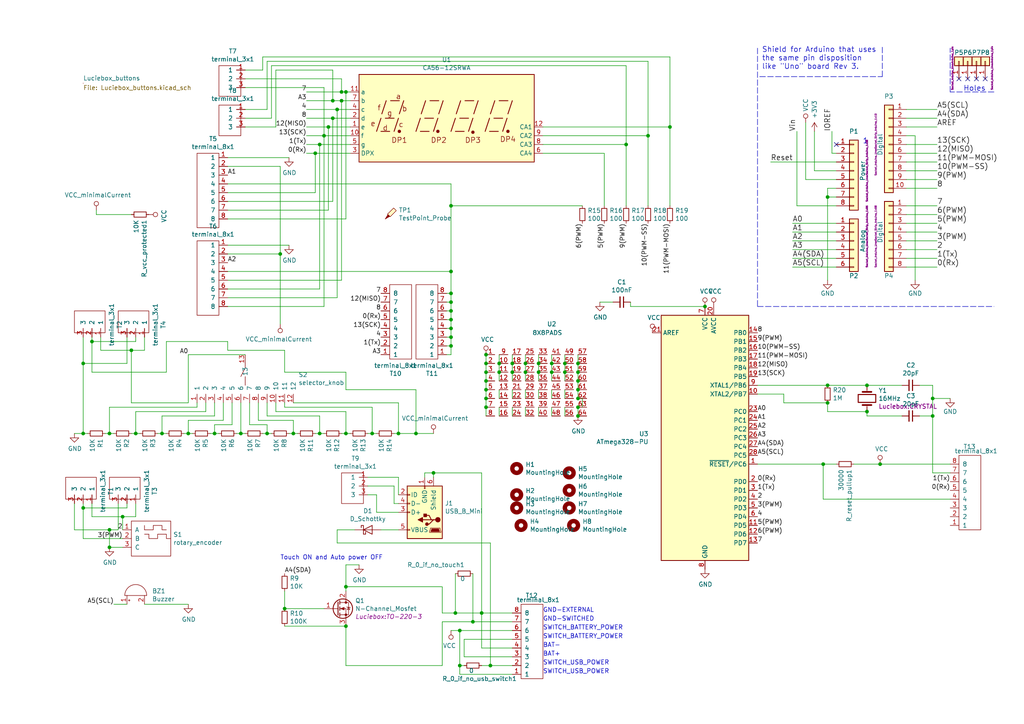
<source format=kicad_sch>
(kicad_sch (version 20211123) (generator eeschema)
  (paper "A4")
  (junction (at 255.27 134.62))
  (junction (at 133.35 193.04))
  (junction (at 62.23 125.73))
  (junction (at 140.97 110.49))
  (junction (at 152.4 105.41))
  (junction (at 240.03 116.84))
  (junction (at 31.75 153.67))
  (junction (at 130.81 59.69))
  (junction (at 99.06 29.21))
  (junction (at 95.25 36.83))
  (junction (at 130.81 78.74))
  (junction (at 24.13 147.32))
  (junction (at 270.51 115.57))
  (junction (at 38.1 101.6))
  (junction (at 82.55 176.53))
  (junction (at 100.33 170.18))
  (junction (at 167.64 105.41))
  (junction (at 96.52 29.21))
  (junction (at 31.75 158.75))
  (junction (at 132.08 177.8))
  (junction (at 144.78 105.41))
  (junction (at 181.61 41.91))
  (junction (at 35.56 149.86))
  (junction (at 140.97 113.03))
  (junction (at 140.97 105.41))
  (junction (at 24.13 105.41))
  (junction (at 163.83 105.41))
  (junction (at 130.81 90.17))
  (junction (at 140.97 115.57))
  (junction (at 140.97 102.87))
  (junction (at 81.28 73.66))
  (junction (at 69.85 125.73))
  (junction (at 54.61 125.73))
  (junction (at 130.81 100.33))
  (junction (at 100.33 125.73))
  (junction (at 139.7 177.8))
  (junction (at 133.35 182.88))
  (junction (at 167.64 110.49))
  (junction (at 77.47 125.73))
  (junction (at 240.03 111.76))
  (junction (at 92.71 41.91))
  (junction (at 130.81 97.79))
  (junction (at 39.37 125.73))
  (junction (at 152.4 107.95))
  (junction (at 140.97 118.11))
  (junction (at 160.02 105.41))
  (junction (at 99.06 26.67))
  (junction (at 137.16 180.34))
  (junction (at 270.51 120.65))
  (junction (at 91.44 44.45))
  (junction (at 167.64 107.95))
  (junction (at 167.64 118.11))
  (junction (at 238.76 134.62))
  (junction (at 31.75 125.73))
  (junction (at 251.46 111.76))
  (junction (at 130.81 87.63))
  (junction (at 148.59 107.95))
  (junction (at 130.81 85.09))
  (junction (at 204.47 88.9))
  (junction (at 142.24 193.04))
  (junction (at 115.57 125.73))
  (junction (at 167.64 115.57))
  (junction (at 156.21 107.95))
  (junction (at 92.71 125.73))
  (junction (at 93.98 39.37))
  (junction (at 85.09 125.73))
  (junction (at 194.31 36.83))
  (junction (at 46.99 125.73))
  (junction (at 107.95 125.73))
  (junction (at 130.81 95.25))
  (junction (at 156.21 105.41))
  (junction (at 130.81 92.71))
  (junction (at 167.64 113.03))
  (junction (at 96.52 34.29))
  (junction (at 167.64 120.65))
  (junction (at 148.59 105.41))
  (junction (at 125.73 137.16))
  (junction (at 120.65 125.73))
  (junction (at 100.33 181.61))
  (junction (at 251.46 119.38))
  (junction (at 100.33 26.67))
  (junction (at 240.03 57.15))
  (junction (at 97.79 31.75))
  (junction (at 140.97 107.95))
  (junction (at 26.67 99.06))
  (junction (at 187.96 39.37))
  (junction (at 160.02 107.95))
  (junction (at 144.78 107.95))
  (junction (at 163.83 107.95))
  (junction (at 24.13 125.73))
  (no_connect (at 278.13 22.86))
  (no_connect (at 285.75 22.86))
  (no_connect (at 280.67 22.86))
  (no_connect (at 283.21 22.86))
  (no_connect (at 242.57 41.91))
  (wire (pts (xy 137.16 166.37) (xy 137.16 180.34)))
  (wire (pts (xy 97.79 153.67) (xy 97.79 157.48)))
  (wire (pts (xy 194.31 16.51) (xy 76.2 16.51)))
  (wire (pts (xy 133.35 195.58) (xy 133.35 193.04)))
  (polyline (pts (xy 275.59 26.67) (xy 275.59 13.97)))
  (wire (pts (xy 24.13 105.41) (xy 24.13 125.73)))
  (wire (pts (xy 262.89 49.53) (xy 271.78 49.53)))
  (wire (pts (xy 240.03 116.84) (xy 227.33 116.84)))
  (wire (pts (xy 66.04 71.12) (xy 83.82 71.12)))
  (wire (pts (xy 53.34 125.73) (xy 54.61 125.73)))
  (wire (pts (xy 181.61 19.05) (xy 78.74 19.05)))
  (wire (pts (xy 92.71 41.91) (xy 92.71 83.82)))
  (wire (pts (xy 125.73 137.16) (xy 125.73 138.43)))
  (wire (pts (xy 115.57 153.67) (xy 110.49 153.67)))
  (wire (pts (xy 46.99 120.65) (xy 62.23 120.65)))
  (wire (pts (xy 242.57 64.77) (xy 229.87 64.77)))
  (wire (pts (xy 96.52 34.29) (xy 96.52 58.42)))
  (wire (pts (xy 39.37 125.73) (xy 40.64 125.73)))
  (wire (pts (xy 242.57 134.62) (xy 238.76 134.62)))
  (wire (pts (xy 39.37 119.38) (xy 39.37 125.73)))
  (wire (pts (xy 156.21 105.41) (xy 156.21 102.87)))
  (wire (pts (xy 227.33 116.84) (xy 227.33 114.3)))
  (wire (pts (xy 148.59 102.87) (xy 148.59 105.41)))
  (wire (pts (xy 129.54 100.33) (xy 130.81 100.33)))
  (wire (pts (xy 242.57 54.61) (xy 240.03 54.61)))
  (wire (pts (xy 66.04 101.6) (xy 82.55 101.6)))
  (wire (pts (xy 64.77 121.92) (xy 54.61 121.92)))
  (wire (pts (xy 29.21 101.6) (xy 29.21 97.79)))
  (wire (pts (xy 45.72 125.73) (xy 46.99 125.73)))
  (wire (pts (xy 125.73 137.16) (xy 139.7 137.16)))
  (wire (pts (xy 96.52 29.21) (xy 99.06 29.21)))
  (wire (pts (xy 134.62 193.04) (xy 133.35 193.04)))
  (wire (pts (xy 34.29 153.67) (xy 31.75 153.67)))
  (wire (pts (xy 115.57 125.73) (xy 120.65 125.73)))
  (wire (pts (xy 163.83 110.49) (xy 163.83 107.95)))
  (wire (pts (xy 148.59 107.95) (xy 148.59 110.49)))
  (wire (pts (xy 262.89 41.91) (xy 271.78 41.91)))
  (wire (pts (xy 156.21 120.65) (xy 156.21 118.11)))
  (wire (pts (xy 160.02 118.11) (xy 160.02 120.65)))
  (wire (pts (xy 242.57 46.99) (xy 223.52 46.99)))
  (wire (pts (xy 129.54 92.71) (xy 130.81 92.71)))
  (wire (pts (xy 262.89 74.93) (xy 271.78 74.93)))
  (wire (pts (xy 129.54 97.79) (xy 130.81 97.79)))
  (wire (pts (xy 80.01 119.38) (xy 100.33 119.38)))
  (wire (pts (xy 157.48 41.91) (xy 181.61 41.91)))
  (wire (pts (xy 130.81 92.71) (xy 130.81 95.25)))
  (wire (pts (xy 168.91 118.11) (xy 168.91 115.57)))
  (wire (pts (xy 66.04 60.96) (xy 95.25 60.96)))
  (wire (pts (xy 66.04 83.82) (xy 92.71 83.82)))
  (wire (pts (xy 120.65 125.73) (xy 125.73 125.73)))
  (wire (pts (xy 262.89 31.75) (xy 271.78 31.75)))
  (wire (pts (xy 96.52 34.29) (xy 101.6 34.29)))
  (wire (pts (xy 100.33 26.67) (xy 100.33 63.5)))
  (wire (pts (xy 130.81 100.33) (xy 130.81 102.87)))
  (wire (pts (xy 270.51 111.76) (xy 270.51 115.57)))
  (wire (pts (xy 78.74 34.29) (xy 71.12 34.29)))
  (wire (pts (xy 48.26 107.95) (xy 48.26 99.06)))
  (wire (pts (xy 54.61 121.92) (xy 54.61 125.73)))
  (wire (pts (xy 115.57 148.59) (xy 109.22 148.59)))
  (wire (pts (xy 270.51 137.16) (xy 275.59 137.16)))
  (wire (pts (xy 157.48 44.45) (xy 175.26 44.45)))
  (wire (pts (xy 204.47 88.9) (xy 182.88 88.9)))
  (wire (pts (xy 167.64 118.11) (xy 168.91 118.11)))
  (wire (pts (xy 233.68 52.07) (xy 233.68 35.56)))
  (wire (pts (xy 140.97 102.87) (xy 140.97 105.41)))
  (wire (pts (xy 130.81 87.63) (xy 130.81 90.17)))
  (wire (pts (xy 128.27 177.8) (xy 128.27 170.18)))
  (wire (pts (xy 80.01 20.32) (xy 80.01 36.83)))
  (wire (pts (xy 36.83 97.79) (xy 36.83 105.41)))
  (wire (pts (xy 66.04 45.72) (xy 83.82 45.72)))
  (wire (pts (xy 241.3 44.45) (xy 242.57 44.45)))
  (wire (pts (xy 88.9 44.45) (xy 91.44 44.45)))
  (wire (pts (xy 156.21 115.57) (xy 156.21 113.03)))
  (wire (pts (xy 130.81 97.79) (xy 130.81 95.25)))
  (wire (pts (xy 101.6 26.67) (xy 100.33 26.67)))
  (wire (pts (xy 115.57 116.84) (xy 85.09 116.84)))
  (wire (pts (xy 240.03 57.15) (xy 240.03 81.28)))
  (wire (pts (xy 275.59 144.78) (xy 238.76 144.78)))
  (wire (pts (xy 262.89 69.85) (xy 271.78 69.85)))
  (wire (pts (xy 130.81 59.69) (xy 130.81 78.74)))
  (wire (pts (xy 107.95 125.73) (xy 109.22 125.73)))
  (wire (pts (xy 148.59 180.34) (xy 137.16 180.34)))
  (wire (pts (xy 132.08 177.8) (xy 128.27 177.8)))
  (wire (pts (xy 160.02 105.41) (xy 160.02 107.95)))
  (wire (pts (xy 106.68 138.43) (xy 115.57 138.43)))
  (wire (pts (xy 270.51 120.65) (xy 270.51 137.16)))
  (wire (pts (xy 26.67 99.06) (xy 26.67 97.79)))
  (wire (pts (xy 109.22 143.51) (xy 106.68 143.51)))
  (wire (pts (xy 66.04 88.9) (xy 93.98 88.9)))
  (wire (pts (xy 167.64 105.41) (xy 167.64 102.87)))
  (wire (pts (xy 100.33 163.83) (xy 100.33 170.18)))
  (wire (pts (xy 31.75 158.75) (xy 31.75 153.67)))
  (wire (pts (xy 262.89 59.69) (xy 271.78 59.69)))
  (wire (pts (xy 144.78 105.41) (xy 144.78 107.95)))
  (wire (pts (xy 194.31 16.51) (xy 194.31 36.83)))
  (wire (pts (xy 57.15 118.11) (xy 31.75 118.11)))
  (wire (pts (xy 82.55 171.45) (xy 82.55 176.53)))
  (wire (pts (xy 262.89 46.99) (xy 271.78 46.99)))
  (wire (pts (xy 82.55 118.11) (xy 107.95 118.11)))
  (wire (pts (xy 99.06 29.21) (xy 99.06 81.28)))
  (wire (pts (xy 163.83 105.41) (xy 163.83 102.87)))
  (wire (pts (xy 194.31 36.83) (xy 194.31 59.69)))
  (wire (pts (xy 242.57 74.93) (xy 229.87 74.93)))
  (wire (pts (xy 100.33 107.95) (xy 100.33 113.03)))
  (wire (pts (xy 100.33 181.61) (xy 100.33 193.04)))
  (wire (pts (xy 156.21 107.95) (xy 156.21 105.41)))
  (wire (pts (xy 262.89 39.37) (xy 265.43 39.37)))
  (wire (pts (xy 140.97 118.11) (xy 140.97 120.65)))
  (wire (pts (xy 82.55 101.6) (xy 82.55 107.95)))
  (wire (pts (xy 167.64 110.49) (xy 167.64 107.95)))
  (wire (pts (xy 34.29 146.05) (xy 34.29 153.67)))
  (wire (pts (xy 262.89 64.77) (xy 271.78 64.77)))
  (wire (pts (xy 115.57 138.43) (xy 115.57 143.51)))
  (wire (pts (xy 129.54 85.09) (xy 130.81 85.09)))
  (wire (pts (xy 132.08 166.37) (xy 132.08 177.8)))
  (wire (pts (xy 74.93 116.84) (xy 74.93 121.92)))
  (wire (pts (xy 67.31 123.19) (xy 67.31 116.84)))
  (wire (pts (xy 137.16 180.34) (xy 128.27 180.34)))
  (wire (pts (xy 129.54 102.87) (xy 130.81 102.87)))
  (wire (pts (xy 236.22 49.53) (xy 236.22 38.1)))
  (wire (pts (xy 140.97 107.95) (xy 140.97 110.49)))
  (wire (pts (xy 148.59 187.96) (xy 139.7 187.96)))
  (wire (pts (xy 76.2 20.32) (xy 71.12 20.32)))
  (wire (pts (xy 76.2 16.51) (xy 76.2 20.32)))
  (wire (pts (xy 130.81 53.34) (xy 130.81 59.69)))
  (wire (pts (xy 100.33 181.61) (xy 82.55 181.61)))
  (wire (pts (xy 152.4 107.95) (xy 152.4 110.49)))
  (wire (pts (xy 251.46 120.65) (xy 251.46 119.38)))
  (wire (pts (xy 148.59 120.65) (xy 148.59 118.11)))
  (wire (pts (xy 148.59 195.58) (xy 133.35 195.58)))
  (wire (pts (xy 74.93 121.92) (xy 85.09 121.92)))
  (wire (pts (xy 97.79 153.67) (xy 102.87 153.67)))
  (wire (pts (xy 129.54 87.63) (xy 130.81 87.63)))
  (wire (pts (xy 142.24 193.04) (xy 148.59 193.04)))
  (wire (pts (xy 148.59 177.8) (xy 139.7 177.8)))
  (wire (pts (xy 231.14 59.69) (xy 231.14 38.1)))
  (wire (pts (xy 262.89 34.29) (xy 271.78 34.29)))
  (wire (pts (xy 107.95 118.11) (xy 107.95 125.73)))
  (wire (pts (xy 139.7 193.04) (xy 142.24 193.04)))
  (wire (pts (xy 66.04 53.34) (xy 130.81 53.34)))
  (wire (pts (xy 160.02 113.03) (xy 160.02 115.57)))
  (wire (pts (xy 25.4 125.73) (xy 24.13 125.73)))
  (wire (pts (xy 261.62 120.65) (xy 251.46 120.65)))
  (wire (pts (xy 270.51 120.65) (xy 266.7 120.65)))
  (wire (pts (xy 54.61 116.84) (xy 38.1 116.84)))
  (wire (pts (xy 66.04 73.66) (xy 81.28 73.66)))
  (wire (pts (xy 251.46 119.38) (xy 240.03 119.38)))
  (wire (pts (xy 134.62 190.5) (xy 148.59 190.5)))
  (wire (pts (xy 133.35 182.88) (xy 148.59 182.88)))
  (wire (pts (xy 93.98 25.4) (xy 71.12 25.4)))
  (wire (pts (xy 157.48 39.37) (xy 187.96 39.37)))
  (wire (pts (xy 99.06 22.86) (xy 99.06 26.67)))
  (wire (pts (xy 76.2 125.73) (xy 77.47 125.73)))
  (wire (pts (xy 97.79 31.75) (xy 101.6 31.75)))
  (wire (pts (xy 163.83 120.65) (xy 163.83 118.11)))
  (wire (pts (xy 130.81 90.17) (xy 130.81 92.71)))
  (wire (pts (xy 152.4 102.87) (xy 152.4 105.41)))
  (wire (pts (xy 100.33 170.18) (xy 100.33 171.45)))
  (wire (pts (xy 54.61 125.73) (xy 55.88 125.73)))
  (wire (pts (xy 96.52 20.32) (xy 80.01 20.32)))
  (wire (pts (xy 93.98 39.37) (xy 93.98 88.9)))
  (wire (pts (xy 242.57 77.47) (xy 229.87 77.47)))
  (wire (pts (xy 157.48 36.83) (xy 194.31 36.83)))
  (wire (pts (xy 238.76 144.78) (xy 238.76 134.62)))
  (wire (pts (xy 270.51 115.57) (xy 270.51 120.65)))
  (wire (pts (xy 123.19 137.16) (xy 123.19 138.43)))
  (wire (pts (xy 91.44 125.73) (xy 92.71 125.73)))
  (wire (pts (xy 251.46 111.76) (xy 261.62 111.76)))
  (wire (pts (xy 27.94 62.23) (xy 27.94 60.96)))
  (wire (pts (xy 100.33 119.38) (xy 100.33 125.73)))
  (wire (pts (xy 97.79 31.75) (xy 97.79 86.36)))
  (wire (pts (xy 62.23 120.65) (xy 62.23 116.84)))
  (wire (pts (xy 26.67 107.95) (xy 48.26 107.95)))
  (wire (pts (xy 152.4 105.41) (xy 152.4 107.95)))
  (wire (pts (xy 48.26 99.06) (xy 66.04 99.06)))
  (wire (pts (xy 35.56 149.86) (xy 39.37 149.86)))
  (wire (pts (xy 66.04 48.26) (xy 81.28 48.26)))
  (wire (pts (xy 24.13 125.73) (xy 21.59 125.73)))
  (wire (pts (xy 167.64 107.95) (xy 167.64 105.41)))
  (wire (pts (xy 130.81 182.88) (xy 133.35 182.88)))
  (wire (pts (xy 242.57 67.31) (xy 229.87 67.31)))
  (wire (pts (xy 69.85 116.84) (xy 69.85 125.73)))
  (wire (pts (xy 80.01 36.83) (xy 71.12 36.83)))
  (wire (pts (xy 187.96 39.37) (xy 187.96 17.78)))
  (wire (pts (xy 100.33 113.03) (xy 120.65 113.03)))
  (wire (pts (xy 80.01 116.84) (xy 80.01 119.38)))
  (wire (pts (xy 38.1 101.6) (xy 29.21 101.6)))
  (wire (pts (xy 163.83 115.57) (xy 163.83 113.03)))
  (wire (pts (xy 99.06 22.86) (xy 71.12 22.86)))
  (wire (pts (xy 139.7 177.8) (xy 132.08 177.8)))
  (polyline (pts (xy 255.905 22.225) (xy 255.905 13.335)))
  (wire (pts (xy 227.33 114.3) (xy 219.71 114.3)))
  (wire (pts (xy 262.89 44.45) (xy 271.78 44.45)))
  (polyline (pts (xy 288.29 26.67) (xy 275.59 26.67)))
  (wire (pts (xy 156.21 110.49) (xy 156.21 107.95)))
  (wire (pts (xy 82.55 107.95) (xy 100.33 107.95)))
  (wire (pts (xy 77.47 123.19) (xy 77.47 125.73)))
  (wire (pts (xy 144.78 107.95) (xy 144.78 110.49)))
  (wire (pts (xy 109.22 148.59) (xy 109.22 143.51)))
  (wire (pts (xy 129.54 90.17) (xy 130.81 90.17)))
  (wire (pts (xy 77.47 31.75) (xy 71.12 31.75)))
  (wire (pts (xy 96.52 29.21) (xy 96.52 20.32)))
  (wire (pts (xy 142.24 157.48) (xy 142.24 193.04)))
  (wire (pts (xy 247.65 134.62) (xy 255.27 134.62)))
  (wire (pts (xy 106.68 125.73) (xy 107.95 125.73)))
  (wire (pts (xy 35.56 156.21) (xy 24.13 156.21)))
  (wire (pts (xy 24.13 97.79) (xy 24.13 105.41)))
  (wire (pts (xy 72.39 123.19) (xy 77.47 123.19)))
  (polyline (pts (xy 220.345 22.225) (xy 255.905 22.225)))
  (wire (pts (xy 167.64 115.57) (xy 167.64 113.03)))
  (wire (pts (xy 66.04 55.88) (xy 91.44 55.88)))
  (wire (pts (xy 66.04 63.5) (xy 100.33 63.5)))
  (wire (pts (xy 128.27 170.18) (xy 100.33 170.18)))
  (wire (pts (xy 83.82 125.73) (xy 85.09 125.73)))
  (wire (pts (xy 82.55 116.84) (xy 82.55 118.11)))
  (wire (pts (xy 262.89 72.39) (xy 271.78 72.39)))
  (wire (pts (xy 99.06 125.73) (xy 100.33 125.73)))
  (wire (pts (xy 95.25 36.83) (xy 95.25 60.96)))
  (wire (pts (xy 140.97 105.41) (xy 140.97 107.95)))
  (wire (pts (xy 115.57 125.73) (xy 115.57 116.84)))
  (wire (pts (xy 88.9 26.67) (xy 99.06 26.67)))
  (wire (pts (xy 95.25 36.83) (xy 101.6 36.83)))
  (wire (pts (xy 262.89 67.31) (xy 271.78 67.31)))
  (wire (pts (xy 85.09 121.92) (xy 85.09 125.73)))
  (wire (pts (xy 242.57 52.07) (xy 233.68 52.07)))
  (wire (pts (xy 167.64 120.65) (xy 167.64 118.11)))
  (polyline (pts (xy 219.71 13.97) (xy 219.71 88.9)))
  (wire (pts (xy 242.57 72.39) (xy 229.87 72.39)))
  (wire (pts (xy 88.9 31.75) (xy 97.79 31.75)))
  (wire (pts (xy 114.3 125.73) (xy 115.57 125.73)))
  (wire (pts (xy 242.57 69.85) (xy 229.87 69.85)))
  (wire (pts (xy 242.57 59.69) (xy 231.14 59.69)))
  (wire (pts (xy 144.78 113.03) (xy 144.78 115.57)))
  (wire (pts (xy 31.75 153.67) (xy 21.59 153.67)))
  (wire (pts (xy 39.37 99.06) (xy 26.67 99.06)))
  (wire (pts (xy 77.47 17.78) (xy 77.47 31.75)))
  (wire (pts (xy 144.78 118.11) (xy 144.78 120.65)))
  (wire (pts (xy 168.91 115.57) (xy 167.64 115.57)))
  (wire (pts (xy 54.61 102.87) (xy 54.61 116.84)))
  (wire (pts (xy 46.99 125.73) (xy 46.99 120.65)))
  (wire (pts (xy 148.59 115.57) (xy 148.59 113.03)))
  (wire (pts (xy 24.13 147.32) (xy 24.13 146.05)))
  (wire (pts (xy 64.77 116.84) (xy 64.77 121.92)))
  (wire (pts (xy 41.91 101.6) (xy 41.91 97.79)))
  (wire (pts (xy 92.71 125.73) (xy 93.98 125.73)))
  (wire (pts (xy 144.78 102.87) (xy 144.78 105.41)))
  (wire (pts (xy 68.58 125.73) (xy 69.85 125.73)))
  (wire (pts (xy 66.04 78.74) (xy 130.81 78.74)))
  (wire (pts (xy 133.35 193.04) (xy 133.35 182.88)))
  (wire (pts (xy 24.13 156.21) (xy 24.13 147.32)))
  (wire (pts (xy 36.83 146.05) (xy 36.83 147.32)))
  (wire (pts (xy 62.23 125.73) (xy 63.5 125.73)))
  (wire (pts (xy 91.44 44.45) (xy 101.6 44.45)))
  (wire (pts (xy 128.27 180.34) (xy 128.27 193.04)))
  (wire (pts (xy 262.89 77.47) (xy 271.78 77.47)))
  (wire (pts (xy 163.83 107.95) (xy 163.83 105.41)))
  (wire (pts (xy 66.04 99.06) (xy 66.04 101.6)))
  (wire (pts (xy 139.7 187.96) (xy 139.7 177.8)))
  (wire (pts (xy 238.76 134.62) (xy 219.71 134.62)))
  (wire (pts (xy 97.79 157.48) (xy 142.24 157.48)))
  (wire (pts (xy 219.71 111.76) (xy 240.03 111.76)))
  (wire (pts (xy 130.81 85.09) (xy 130.81 87.63)))
  (wire (pts (xy 175.26 44.45) (xy 175.26 59.69)))
  (wire (pts (xy 125.73 137.16) (xy 123.19 137.16)))
  (wire (pts (xy 36.83 147.32) (xy 24.13 147.32)))
  (wire (pts (xy 160.02 107.95) (xy 160.02 110.49)))
  (wire (pts (xy 262.89 52.07) (xy 271.78 52.07)))
  (wire (pts (xy 114.3 140.97) (xy 114.3 146.05)))
  (wire (pts (xy 262.89 54.61) (xy 271.78 54.61)))
  (wire (pts (xy 36.83 105.41) (xy 24.13 105.41)))
  (wire (pts (xy 71.12 102.87) (xy 54.61 102.87)))
  (wire (pts (xy 100.33 125.73) (xy 101.6 125.73)))
  (wire (pts (xy 167.64 113.03) (xy 167.64 110.49)))
  (wire (pts (xy 139.7 137.16) (xy 139.7 177.8)))
  (wire (pts (xy 38.1 101.6) (xy 38.1 116.84)))
  (wire (pts (xy 134.62 185.42) (xy 134.62 190.5)))
  (wire (pts (xy 88.9 34.29) (xy 96.52 34.29)))
  (wire (pts (xy 77.47 116.84) (xy 77.47 120.65)))
  (wire (pts (xy 21.59 153.67) (xy 21.59 146.05)))
  (wire (pts (xy 266.7 111.76) (xy 270.51 111.76)))
  (wire (pts (xy 59.69 116.84) (xy 59.69 119.38)))
  (wire (pts (xy 72.39 116.84) (xy 72.39 123.19)))
  (wire (pts (xy 26.67 149.86) (xy 26.67 146.05)))
  (wire (pts (xy 140.97 110.49) (xy 140.97 113.03)))
  (wire (pts (xy 31.75 125.73) (xy 33.02 125.73)))
  (wire (pts (xy 88.9 36.83) (xy 95.25 36.83)))
  (wire (pts (xy 38.1 125.73) (xy 39.37 125.73)))
  (wire (pts (xy 187.96 17.78) (xy 77.47 17.78)))
  (wire (pts (xy 85.09 125.73) (xy 86.36 125.73)))
  (wire (pts (xy 81.28 73.66) (xy 81.28 93.98)))
  (wire (pts (xy 242.57 57.15) (xy 240.03 57.15)))
  (wire (pts (xy 140.97 113.03) (xy 140.97 115.57)))
  (wire (pts (xy 39.37 149.86) (xy 39.37 146.05)))
  (wire (pts (xy 30.48 125.73) (xy 31.75 125.73)))
  (wire (pts (xy 93.98 39.37) (xy 101.6 39.37)))
  (wire (pts (xy 114.3 146.05) (xy 115.57 146.05)))
  (wire (pts (xy 240.03 111.76) (xy 251.46 111.76)))
  (wire (pts (xy 36.83 175.26) (xy 33.02 175.26)))
  (wire (pts (xy 62.23 123.19) (xy 67.31 123.19)))
  (wire (pts (xy 35.56 153.67) (xy 35.56 149.86)))
  (wire (pts (xy 130.81 95.25) (xy 129.54 95.25)))
  (wire (pts (xy 99.06 26.67) (xy 100.33 26.67)))
  (wire (pts (xy 91.44 44.45) (xy 91.44 55.88)))
  (wire (pts (xy 60.96 125.73) (xy 62.23 125.73)))
  (wire (pts (xy 57.15 116.84) (xy 57.15 118.11)))
  (wire (pts (xy 130.81 78.74) (xy 130.81 85.09)))
  (wire (pts (xy 241.3 38.1) (xy 241.3 44.45)))
  (wire (pts (xy 187.96 39.37) (xy 187.96 59.69)))
  (wire (pts (xy 78.74 19.05) (xy 78.74 34.29)))
  (wire (pts (xy 41.91 175.26) (xy 54.61 175.26)))
  (wire (pts (xy 240.03 54.61) (xy 240.03 57.15)))
  (wire (pts (xy 62.23 125.73) (xy 62.23 123.19)))
  (wire (pts (xy 104.14 163.83) (xy 100.33 163.83)))
  (wire (pts (xy 69.85 125.73) (xy 71.12 125.73)))
  (wire (pts (xy 240.03 119.38) (xy 240.03 116.84)))
  (wire (pts (xy 128.27 193.04) (xy 100.33 193.04)))
  (wire (pts (xy 101.6 29.21) (xy 99.06 29.21)))
  (wire (pts (xy 46.99 125.73) (xy 48.26 125.73)))
  (wire (pts (xy 262.89 36.83) (xy 271.78 36.83)))
  (wire (pts (xy 92.71 41.91) (xy 101.6 41.91)))
  (wire (pts (xy 38.1 101.6) (xy 41.91 101.6)))
  (wire (pts (xy 81.28 48.26) (xy 81.28 73.66)))
  (wire (pts (xy 26.67 107.95) (xy 26.67 99.06)))
  (wire (pts (xy 82.55 176.53) (xy 93.98 176.53)))
  (wire (pts (xy 31.75 158.75) (xy 35.56 158.75)))
  (polyline (pts (xy 219.71 88.9) (xy 288.29 88.9)))
  (wire (pts (xy 31.75 118.11) (xy 31.75 125.73)))
  (wire (pts (xy 120.65 113.03) (xy 120.65 125.73)))
  (wire (pts (xy 59.69 119.38) (xy 39.37 119.38)))
  (wire (pts (xy 262.89 62.23) (xy 271.78 62.23)))
  (wire (pts (xy 38.1 62.23) (xy 27.94 62.23)))
  (wire (pts (xy 35.56 149.86) (xy 26.67 149.86)))
  (wire (pts (xy 66.04 81.28) (xy 99.06 81.28)))
  (wire (pts (xy 77.47 125.73) (xy 78.74 125.73)))
  (wire (pts (xy 152.4 118.11) (xy 152.4 120.65)))
  (wire (pts (xy 88.9 29.21) (xy 96.52 29.21)))
  (wire (pts (xy 92.71 120.65) (xy 92.71 125.73)))
  (wire (pts (xy 88.9 41.91) (xy 92.71 41.91)))
  (wire (pts (xy 39.37 97.79) (xy 39.37 99.06)))
  (wire (pts (xy 66.04 86.36) (xy 97.79 86.36)))
  (wire (pts (xy 173.99 87.63) (xy 177.8 87.63)))
  (wire (pts (xy 181.61 41.91) (xy 181.61 59.69)))
  (wire (pts (xy 160.02 102.87) (xy 160.02 105.41)))
  (wire (pts (xy 130.81 59.69) (xy 168.91 59.69)))
  (wire (pts (xy 152.4 113.03) (xy 152.4 115.57)))
  (wire (pts (xy 88.9 39.37) (xy 93.98 39.37)))
  (wire (pts (xy 242.57 49.53) (xy 236.22 49.53)))
  (wire (pts (xy 275.59 115.57) (xy 270.51 115.57)))
  (wire (pts (xy 93.98 39.37) (xy 93.98 25.4)))
  (wire (pts (xy 265.43 39.37) (xy 265.43 81.28)))
  (wire (pts (xy 148.59 185.42) (xy 134.62 185.42)))
  (wire (pts (xy 148.59 105.41) (xy 148.59 107.95)))
  (wire (pts (xy 77.47 120.65) (xy 92.71 120.65)))
  (wire (pts (xy 130.81 97.79) (xy 130.81 100.33)))
  (wire (pts (xy 140.97 115.57) (xy 140.97 118.11)))
  (wire (pts (xy 181.61 41.91) (xy 181.61 19.05)))
  (wire (pts (xy 106.68 140.97) (xy 114.3 140.97)))
  (wire (pts (xy 182.88 88.9) (xy 182.88 87.63)))
  (wire (pts (xy 275.59 134.62) (xy 255.27 134.62)))
  (wire (pts (xy 96.52 58.42) (xy 66.04 58.42)))
  (text "1" (at 250.19 41.91 0) (effects (font (size 1.524 1.524)) (justify left bottom)))
  (text "Holes" (at 279.4 26.67 0) (effects (font (size 1.524 1.524)) (justify left bottom)))
  (text "GND-EXTERNAL" (at 157.48 177.8 0) (effects (font (size 1.27 1.27)) (justify left bottom)))
  (text "BAT-" (at 157.48 187.96 0) (effects (font (size 1.27 1.27)) (justify left bottom)))
  (text "Touch ON and Auto power OFF " (at 81.28 162.56 0) (effects (font (size 1.27 1.27)) (justify left bottom)))
  (text "Shield for Arduino that uses\nthe same pin disposition\nlike \"Uno\" board Rev 3." (at 220.98 20.32 0) (effects (font (size 1.524 1.524)) (justify left bottom)))
  (text "GND-SWITCHED" (at 157.48 180.34 0) (effects (font (size 1.27 1.27)) (justify left bottom)))
  (text "BAT+" (at 157.48 190.5 0) (effects (font (size 1.27 1.27)) (justify left bottom)))
  (text "SWITCH_BATTERY_POWER" (at 157.48 182.88 0) (effects (font (size 1.27 1.27)) (justify left bottom)))
  (text "SWITCH_USB_POWER" (at 157.48 193.04 0) (effects (font (size 1.27 1.27)) (justify left bottom)))
  (text "SWITCH_BATTERY_POWER" (at 157.48 185.42 0) (effects (font (size 1.27 1.27)) (justify left bottom)))
  (text "SWITCH_USB_POWER" (at 157.48 195.58 0) (effects (font (size 1.27 1.27)) (justify left bottom)))
  (label "0(Rx)" (at 219.71 139.7 0))
  (label "A5(SCL)" (at 219.71 132.08 0))
  (label "10(PWM-SS)" (at 271.78 49.53 0) (effects (font (size 1.524 1.524))))
  (label "11(PWM-MOSI)" (at 194.31 64.77 270))
  (label "11(PWM-MOSI)" (at 219.71 104.14 0))
  (label "AREF" (at 271.78 36.83 0) (effects (font (size 1.524 1.524))))
  (label "A4(SDA)" (at 271.78 34.29 0) (effects (font (size 1.524 1.524))))
  (label "8" (at 110.49 90.17 180))
  (label "1(Tx)" (at 88.9 41.91 180))
  (label "10(PWM-SS)" (at 219.71 101.6 0))
  (label "A0" (at 219.71 119.38 0))
  (label "3(PWM)" (at 219.71 147.32 0))
  (label "A0" (at 229.87 64.77 0) (effects (font (size 1.524 1.524))))
  (label "A3" (at 229.87 72.39 0) (effects (font (size 1.524 1.524))))
  (label "13(SCK)" (at 110.49 95.25 180))
  (label "2" (at 219.71 144.78 0))
  (label "13(SCK)" (at 271.78 41.91 0) (effects (font (size 1.524 1.524))))
  (label "6(PWM)" (at 219.71 154.94 0))
  (label "1(Tx)" (at 219.71 142.24 0))
  (label "12(MISO)" (at 219.71 106.68 0))
  (label "7" (at 271.78 59.69 0) (effects (font (size 1.524 1.524))))
  (label "2" (at 271.78 72.39 0) (effects (font (size 1.524 1.524))))
  (label "A2" (at 66.04 76.2 0))
  (label "Reset" (at 223.52 46.99 0) (effects (font (size 1.524 1.524))))
  (label "9(PWM)" (at 271.78 52.07 0) (effects (font (size 1.524 1.524))))
  (label "0(Rx)" (at 271.78 77.47 0) (effects (font (size 1.524 1.524))))
  (label "8" (at 219.71 96.52 0))
  (label "3(PWM)" (at 271.78 69.85 0) (effects (font (size 1.524 1.524))))
  (label "Vin" (at 231.14 38.1 90) (effects (font (size 1.524 1.524))))
  (label "0(Rx)" (at 88.9 44.45 180))
  (label "4" (at 88.9 31.75 180))
  (label "11(PWM-MOSI)" (at 271.78 46.99 0) (effects (font (size 1.524 1.524))))
  (label "A4(SDA)" (at 229.87 74.93 0) (effects (font (size 1.524 1.524))))
  (label "9(PWM)" (at 219.71 99.06 0))
  (label "A1" (at 66.04 50.8 0))
  (label "A2" (at 229.87 69.85 0) (effects (font (size 1.524 1.524))))
  (label "5(PWM)" (at 175.26 64.77 270))
  (label "5(PWM)" (at 219.71 152.4 0))
  (label "7" (at 110.49 85.09 180))
  (label "12(MISO)" (at 110.49 87.63 180))
  (label "0(Rx)" (at 110.49 92.71 180))
  (label "5(PWM)" (at 271.78 64.77 0) (effects (font (size 1.524 1.524))))
  (label "A5(SCL)" (at 33.02 175.26 180))
  (label "2" (at 35.56 153.67 180))
  (label "A1" (at 219.71 121.92 0))
  (label "12(MISO)" (at 271.78 44.45 0) (effects (font (size 1.524 1.524))))
  (label "8" (at 88.9 34.29 180))
  (label "4" (at 110.49 97.79 180))
  (label "A3" (at 110.49 102.87 180))
  (label "A4(SDA)" (at 219.71 129.54 0))
  (label "A4(SDA)" (at 82.55 166.37 0))
  (label "IOREF" (at 241.3 38.1 90) (effects (font (size 1.524 1.524))))
  (label "A5(SCL)" (at 271.78 31.75 0) (effects (font (size 1.524 1.524))))
  (label "6(PWM)" (at 271.78 62.23 0) (effects (font (size 1.524 1.524))))
  (label "A2" (at 219.71 124.46 0))
  (label "7" (at 88.9 26.67 180))
  (label "1(Tx)" (at 275.59 139.7 180))
  (label "A1" (at 229.87 67.31 0) (effects (font (size 1.524 1.524))))
  (label "1(Tx)" (at 271.78 74.93 0) (effects (font (size 1.524 1.524))))
  (label "1(Tx)" (at 110.49 100.33 180))
  (label "13(SCK)" (at 88.9 39.37 180))
  (label "9(PWM)" (at 181.61 64.77 270))
  (label "A5(SCL)" (at 229.87 77.47 0) (effects (font (size 1.524 1.524))))
  (label "7" (at 219.71 157.48 0))
  (label "A3" (at 88.9 29.21 180))
  (label "13(SCK)" (at 219.71 109.22 0))
  (label "8" (at 271.78 54.61 0) (effects (font (size 1.524 1.524))))
  (label "3(PWM)" (at 35.56 156.21 180))
  (label "A3" (at 219.71 127 0))
  (label "12(MISO)" (at 88.9 36.83 180))
  (label "0(Rx)" (at 275.59 142.24 180))
  (label "A0" (at 54.61 102.87 180))
  (label "4" (at 219.71 149.86 0))
  (label "4" (at 271.78 67.31 0) (effects (font (size 1.524 1.524))))
  (label "10(PWM-SS)" (at 187.96 64.77 270))
  (label "6(PWM)" (at 168.91 64.77 270))
  (symbol (lib_id "Luciebox_components:R_Small-Device") (at 245.11 134.62 270) (unit 1)
    (property "Reference" "R_reset_pullup1" (at 246.2784 136.1186 0) (effects (justify left)))
    (property "Value" "30000" (at 243.967 136.1186 0) (effects (justify left)))
    (property "Footprint" "Luciebox:1206_0805" (effects hide))
  )
  (symbol (lib_id "Luciebox_components:R_Small-Device") (at 175.26 62.23 0) (unit 1)
    (property "Reference" "R16" (at 176.7586 61.0616 0) (effects (justify left)))
    (property "Value" "100" (at 176.7586 63.373 0) (effects (justify left)))
    (property "Footprint" "Luciebox:1206_0805" (effects hide))
  )
  (symbol (lib_id "Luciebox_components:terminal_3x1") (at 69.85 31.75 180) (unit 1)
    (property "Reference" "T8" (at 67.5132 26.289 0))
    (property "Value" "terminal_3x1" (at 67.5132 28.6004 0))
    (property "Footprint" "Luciebox:Terminal_3x1_100mil" (effects hide))
  )
  (symbol (lib_id "Luciebox_components:R_Small-Device") (at 73.66 125.73 270) (unit 1)
    (property "Reference" "R7" (at 74.8284 127.2286 0) (effects (justify left)))
    (property "Value" "10K" (at 72.517 127.2286 0) (effects (justify left)))
    (property "Footprint" "Luciebox:1206_0805" (effects hide))
  )
  (symbol (lib_id "Luciebox_components:8X8PADS") (at 148.59 124.46 0) (unit 1)
    (property "Reference" "U2" (at 160.02 93.98 0))
    (property "Value" "8X8PADS" (at 158.75 96.52 0))
    (property "Footprint" "Luciebox:64_PADS_100mil" (effects hide))
  )
  (symbol (lib_id "Luciebox_components:VCC-power") (at 207.01 88.9 0) (unit 1)
    (property "Reference" "#PWR0112" (effects hide))
    (property "Value" "VCC" (at 207.4418 84.5058 0))
  )
  (symbol (lib_id "Luciebox_components:R_Small-Device") (at 187.96 62.23 0) (unit 1)
    (property "Reference" "R18" (at 189.4586 61.0616 0) (effects (justify left)))
    (property "Value" "100" (at 189.4586 63.373 0) (effects (justify left)))
    (property "Footprint" "Luciebox:1206_0805" (effects hide))
  )
  (symbol (lib_id "Luciebox_components:MountingHole") (at 165.1 137.16 0) (unit 1)
    (property "Reference" "H5" (at 167.64 135.9916 0) (effects (justify left)))
    (property "Value" "MountingHole" (at 167.64 138.303 0) (effects (justify left)))
    (property "Footprint" "Luciebox:MountingHole_4.3mm_M4" (effects hide))
  )
  (symbol (lib_id "Luciebox_components:C_Small-Device") (at 264.16 120.65 270) (unit 1)
    (property "Reference" "C3" (at 264.16 114.8334 90))
    (property "Value" "20pF" (at 264.16 117.1448 90))
    (property "Footprint" "Luciebox:0805" (effects hide))
  )
  (symbol (lib_id "Luciebox_components:terminal_3x1") (at 26.67 144.78 90) (unit 1)
    (property "Reference" "T1" (at 32.131 142.4432 0))
    (property "Value" "terminal_3x1" (at 29.8196 142.4432 0))
    (property "Footprint" "Luciebox:Terminal_3x1_100mil" (effects hide))
  )
  (symbol (lib_id "Luciebox_components:MountingHole") (at 151.13 152.4 0) (unit 1)
    (property "Reference" "H4" (at 153.67 151.2316 0) (effects (justify left)))
    (property "Value" "MountingHole" (at 153.67 153.543 0) (effects (justify left)))
    (property "Footprint" "Luciebox:MountingHole_4.3mm_M4" (effects hide))
  )
  (symbol (lib_id "Luciebox_components:GND-power") (at 83.82 71.12 0) (unit 1)
    (property "Reference" "#PWR0121" (effects hide))
    (property "Value" "GND" (at 83.947 75.5142 0))
  )
  (symbol (lib_id "Luciebox_components:Conn_01x01-Connector_Generic") (at 278.13 17.78 90) (unit 1)
    (property "Reference" "P5" (at 278.13 15.24 90))
    (property "Value" "CONN_01X01" (effects hide))
    (property "Footprint" "Socket_Arduino_Uno:Arduino_1pin" (at 276.2504 19.7866 0) (effects (font (size 0.508 0.508))))
  )
  (symbol (lib_id "Luciebox_components:VCC-power") (at 255.27 134.62 0) (unit 1)
    (property "Reference" "#PWR0109" (effects hide))
    (property "Value" "VCC" (at 255.7018 130.2258 0))
  )
  (symbol (lib_id "Luciebox_components:terminal_3x1") (at 69.85 20.32 180) (unit 1)
    (property "Reference" "T7" (at 67.5132 14.859 0))
    (property "Value" "terminal_3x1" (at 67.5132 17.1704 0))
    (property "Footprint" "Luciebox:Terminal_3x1_100mil" (effects hide))
  )
  (symbol (lib_id "Luciebox_components:terminal_8x1") (at 64.77 71.12 180) (unit 1)
    (property "Reference" "T6" (at 61.7982 65.659 0))
    (property "Value" "terminal_8x1" (at 61.7982 67.9704 0))
    (property "Footprint" "Luciebox:Terminal_8x1_100mil" (effects hide))
  )
  (symbol (lib_id "Luciebox_components:VCC-power") (at 140.97 102.87 0) (unit 1)
    (property "Reference" "#PWR0120" (effects hide))
    (property "Value" "VCC" (at 141.4018 98.4758 0))
  )
  (symbol (lib_id "Luciebox_components:GND-power") (at 31.75 158.75 0) (unit 1)
    (property "Reference" "#PWR0102" (effects hide))
    (property "Value" "GND" (at 31.877 163.1442 0))
  )
  (symbol (lib_id "Luciebox_components:R_Small-Device") (at 137.16 193.04 270) (unit 1)
    (property "Reference" "R_0_if_no_usb_switch1" (at 128.27 196.85 90) (effects (justify left)))
    (property "Value" "0" (at 136.017 194.5386 90) (effects (justify left)))
    (property "Footprint" "Luciebox:1206_0805" (effects hide))
  )
  (symbol (lib_id "Luciebox_components:4digit_7segments_common_anode_CA56-12SRWA") (at 129.54 34.29 0) (unit 1)
    (property "Reference" "U1" (at 129.54 17.3482 0))
    (property "Value" "CA56-12SRWA" (at 129.54 19.6596 0))
    (property "Footprint" "Luciebox:CA56-12SRWA" (effects hide))
    (property "Datasheet" "http://www.kingbrightusa.com/images/catalog/SPEC/CA56-12SRWA.pdf" (effects hide))
  )
  (symbol (lib_id "Luciebox_components:Conn_01x10-Connector_Generic") (at 257.81 41.91 0) (mirror y) (unit 1)
    (property "Reference" "P3" (at 257.81 27.94 0))
    (property "Value" "Digital" (at 255.27 41.91 90))
    (property "Footprint" "Socket_Arduino_Uno:Socket_Strip_Arduino_1x10" (at 254 41.91 90) (effects (font (size 0.508 0.508))))
  )
  (symbol (lib_id "Luciebox_components:R_Small-Device") (at 88.9 125.73 270) (unit 1)
    (property "Reference" "R11" (at 90.0684 127.2286 0) (effects (justify left)))
    (property "Value" "10K" (at 87.757 127.2286 0) (effects (justify left)))
    (property "Footprint" "Luciebox:1206_0805" (effects hide))
  )
  (symbol (lib_id "Luciebox_components:VCC-power") (at 204.47 88.9 0) (unit 1)
    (property "Reference" "#PWR0113" (effects hide))
    (property "Value" "VCC" (at 204.9018 84.5058 0))
  )
  (symbol (lib_id "Luciebox_components:Conn_01x08-Connector_Generic") (at 247.65 49.53 0) (unit 1)
    (property "Reference" "P1" (at 247.65 38.1 0))
    (property "Value" "Power" (at 250.19 49.53 90))
    (property "Footprint" "Socket_Arduino_Uno:Socket_Strip_Arduino_1x08" (at 251.46 49.53 90) (effects (font (size 0.508 0.508))))
  )
  (symbol (lib_id "Luciebox_components:GND-power") (at 104.14 163.83 0) (unit 1)
    (property "Reference" "#PWR0105" (effects hide))
    (property "Value" "GND" (at 104.267 168.2242 0))
  )
  (symbol (lib_id "Luciebox_components:MountingHole") (at 165.1 142.24 0) (unit 1)
    (property "Reference" "H6" (at 167.64 141.0716 0) (effects (justify left)))
    (property "Value" "MountingHole" (at 167.64 143.383 0) (effects (justify left)))
    (property "Footprint" "Luciebox:MountingHole_4.3mm_M4" (effects hide))
  )
  (symbol (lib_id "Luciebox_components:VCC-power") (at 130.81 182.88 180) (unit 1)
    (property "Reference" "#PWR0106" (effects hide))
    (property "Value" "VCC" (at 130.3528 187.2742 0))
  )
  (symbol (lib_id "Luciebox_components:terminal_8x1") (at 64.77 45.72 180) (unit 1)
    (property "Reference" "T5" (at 61.7982 40.259 0))
    (property "Value" "terminal_8x1" (at 61.7982 42.5704 0))
    (property "Footprint" "Luciebox:Terminal_8x1_100mil" (effects hide))
  )
  (symbol (lib_id "Luciebox_components:MountingHole") (at 149.86 143.51 0) (unit 1)
    (property "Reference" "H2" (at 152.4 142.3416 0) (effects (justify left)))
    (property "Value" "MountingHole" (at 152.4 144.653 0) (effects (justify left)))
    (property "Footprint" "Luciebox:MountingHole_4.3mm_M4" (effects hide))
  )
  (symbol (lib_id "Luciebox_components:R_Small-Device") (at 181.61 62.23 0) (unit 1)
    (property "Reference" "R17" (at 183.1086 61.0616 0) (effects (justify left)))
    (property "Value" "100" (at 183.1086 63.373 0) (effects (justify left)))
    (property "Footprint" "Luciebox:1206_0805" (effects hide))
  )
  (symbol (lib_id "Luciebox_components:Conn_01x01-Connector_Generic") (at 280.67 17.78 90) (unit 1)
    (property "Reference" "P6" (at 280.67 15.24 90))
    (property "Value" "CONN_01X01" (effects hide))
    (property "Footprint" "Socket_Arduino_Uno:Arduino_1pin" (effects hide))
  )
  (symbol (lib_id "Luciebox_components:VCC_minimalCurrent") (at 81.28 93.98 180) (unit 1)
    (property "Reference" "#PWR0119" (effects hide))
    (property "Value" "VCC_minimalCurrent" (at 80.8482 98.3742 0))
  )
  (symbol (lib_id "Luciebox_components:R_Small-Device") (at 240.03 114.3 0) (unit 1)
    (property "Reference" "R20" (at 241.5286 113.1316 0) (effects (justify left)))
    (property "Value" "1M" (at 241.5286 115.443 0) (effects (justify left)))
    (property "Footprint" "Luciebox:1206_0805" (effects hide))
  )
  (symbol (lib_id "Luciebox_components:Crystal-Device") (at 251.46 115.57 270) (unit 1)
    (property "Reference" "Y1" (at 254.7874 113.2586 90) (effects (justify left)))
    (property "Value" "16MHz" (at 254.7874 115.57 90) (effects (justify left)))
    (property "Footprint" "Luciebox:CRYSTAL" (at 254.7874 117.8814 90) (effects (justify left)))
  )
  (symbol (lib_id "Luciebox_components:GND-power") (at 173.99 87.63 0) (unit 1)
    (property "Reference" "#PWR0117" (effects hide))
    (property "Value" "GND" (at 174.117 92.0242 0))
  )
  (symbol (lib_id "Luciebox_components:terminal_8x1") (at 128.27 102.87 0) (mirror y) (unit 1)
    (property "Reference" "T11" (at 125.2982 108.331 0))
    (property "Value" "terminal_8x1" (at 125.2982 106.0196 0))
    (property "Footprint" "Luciebox:Terminal_8x1_100mil" (effects hide))
  )
  (symbol (lib_id "Luciebox_components:Conn_01x08-Connector_Generic") (at 257.81 67.31 0) (mirror y) (unit 1)
    (property "Reference" "P4" (at 257.81 80.01 0))
    (property "Value" "Digital" (at 255.27 67.31 90))
    (property "Footprint" "Socket_Arduino_Uno:Socket_Strip_Arduino_1x08" (at 254 68.58 90) (effects (font (size 0.508 0.508))))
  )
  (symbol (lib_id "Luciebox_components:terminal_3x1") (at 29.21 96.52 90) (unit 1)
    (property "Reference" "T2" (at 34.671 94.1832 0))
    (property "Value" "terminal_3x1" (at 32.3596 94.1832 0))
    (property "Footprint" "Luciebox:Terminal_3x1_100mil" (effects hide))
  )
  (symbol (lib_id "Luciebox_components:terminal_8x1") (at 111.76 102.87 0) (unit 1)
    (property "Reference" "T10" (at 114.7318 108.331 0))
    (property "Value" "terminal_8x1" (at 114.7318 106.0196 0))
    (property "Footprint" "Luciebox:Terminal_8x1_100mil" (effects hide))
  )
  (symbol (lib_id "Luciebox_components:USB_B_Mini") (at 123.19 148.59 180) (unit 1)
    (property "Reference" "J1" (at 129.032 145.9738 0) (effects (justify right)))
    (property "Value" "USB_B_Mini" (at 129.032 148.2852 0) (effects (justify right)))
    (property "Footprint" "Luciebox:usb_mini_Molex-0548190519" (effects hide))
  )
  (symbol (lib_id "Luciebox_components:C_Small-Device") (at 180.34 87.63 270) (unit 1)
    (property "Reference" "C1" (at 180.34 81.8134 90))
    (property "Value" "100nF" (at 180.34 84.1248 90))
    (property "Footprint" "Luciebox:0805" (effects hide))
  )
  (symbol (lib_id "Luciebox_components:MountingHole") (at 166.37 152.4 0) (unit 1)
    (property "Reference" "H8" (at 168.91 151.2316 0) (effects (justify left)))
    (property "Value" "MountingHole" (at 168.91 153.543 0) (effects (justify left)))
    (property "Footprint" "Luciebox:MountingHole_4.3mm_M4" (effects hide))
  )
  (symbol (lib_id "Luciebox_components:R_Small-Device") (at 43.18 125.73 270) (unit 1)
    (property "Reference" "R3" (at 44.3484 127.2286 0) (effects (justify left)))
    (property "Value" "10K" (at 42.037 127.2286 0) (effects (justify left)))
    (property "Footprint" "Luciebox:1206_0805" (effects hide))
  )
  (symbol (lib_id "Luciebox_components:terminal_8x1") (at 276.86 152.4 0) (unit 1)
    (property "Reference" "T13" (at 279.4 129.54 0) (effects (justify left)))
    (property "Value" "terminal_8x1" (at 276.86 130.81 0) (effects (justify left)))
    (property "Footprint" "Luciebox:Terminal_8x1_100mil" (effects hide))
  )
  (symbol (lib_id "Luciebox_components:GND-power") (at 265.43 81.28 0) (unit 1)
    (property "Reference" "#PWR0115" (effects hide))
    (property "Value" "GND" (at 265.43 85.09 0))
  )
  (symbol (lib_id "Luciebox_components:terminal_3x1") (at 39.37 144.78 90) (unit 1)
    (property "Reference" "T3" (at 44.831 142.4432 0))
    (property "Value" "terminal_3x1" (at 42.5196 142.4432 0))
    (property "Footprint" "Luciebox:Terminal_3x1_100mil" (effects hide))
  )
  (symbol (lib_id "Luciebox_components:R_Small-Device") (at 27.94 125.73 270) (unit 1)
    (property "Reference" "R1" (at 29.1084 127.2286 0) (effects (justify left)))
    (property "Value" "10K" (at 26.797 127.2286 0) (effects (justify left)))
    (property "Footprint" "Luciebox:1206_0805" (effects hide))
  )
  (symbol (lib_id "Luciebox_components:GND-power") (at 54.61 175.26 0) (unit 1)
    (property "Reference" "#PWR0103" (effects hide))
    (property "Value" "GND" (at 54.737 179.6542 0))
  )
  (symbol (lib_id "Luciebox_components:GND-power") (at 240.03 81.28 0) (unit 1)
    (property "Reference" "#PWR0114" (effects hide))
    (property "Value" "GND" (at 240.03 85.09 0))
  )
  (symbol (lib_id "Luciebox_components:R_Small-Device") (at 58.42 125.73 270) (unit 1)
    (property "Reference" "R5" (at 59.5884 127.2286 0) (effects (justify left)))
    (property "Value" "10K" (at 57.277 127.2286 0) (effects (justify left)))
    (property "Footprint" "Luciebox:1206_0805" (effects hide))
  )
  (symbol (lib_id "Luciebox_components:D_Schottky") (at 106.68 153.67 0) (unit 1)
    (property "Reference" "D1" (at 106.68 148.1836 0))
    (property "Value" "D_Schottky" (at 106.68 150.495 0))
    (property "Footprint" "Luciebox:smd_throughhole_2_pins" (effects hide))
  )
  (symbol (lib_id "Luciebox_components:Buzzer-Device") (at 39.37 172.72 90) (unit 1)
    (property "Reference" "BZ1" (at 44.1198 171.4246 90) (effects (justify right)))
    (property "Value" "Buzzer" (at 44.1198 173.736 90) (effects (justify right)))
    (property "Footprint" "Luciebox:buzzer" (effects hide))
  )
  (symbol (lib_id "Luciebox_components:VCC-power") (at 233.68 35.56 0) (unit 1)
    (property "Reference" "#PWR0110" (effects hide))
    (property "Value" "VCC" (at 233.68 30.48 90))
  )
  (symbol (lib_id "Luciebox_components:R_Small-Device") (at 104.14 125.73 270) (unit 1)
    (property "Reference" "R13" (at 105.3084 127.2286 0) (effects (justify left)))
    (property "Value" "10K" (at 102.997 127.2286 0) (effects (justify left)))
    (property "Footprint" "Luciebox:1206_0805" (effects hide))
  )
  (symbol (lib_id "Luciebox_components:GND-power") (at 83.82 45.72 0) (unit 1)
    (property "Reference" "#PWR0124" (effects hide))
    (property "Value" "GND" (at 83.947 50.1142 0))
  )
  (symbol (lib_id "Luciebox_components:terminal_8x1") (at 149.86 195.58 0) (unit 1)
    (property "Reference" "T12" (at 152.4 172.72 0) (effects (justify left)))
    (property "Value" "terminal_8x1" (at 149.86 173.99 0) (effects (justify left)))
    (property "Footprint" "Luciebox:Terminal_8x1_100mil" (effects hide))
  )
  (symbol (lib_id "Luciebox_components:R_Small-Device") (at 81.28 125.73 270) (unit 1)
    (property "Reference" "R8" (at 82.4484 127.2286 0) (effects (justify left)))
    (property "Value" "10K" (at 80.137 127.2286 0) (effects (justify left)))
    (property "Footprint" "Luciebox:1206_0805" (effects hide))
  )
  (symbol (lib_id "Luciebox_components:R_Small-Device") (at 96.52 125.73 270) (unit 1)
    (property "Reference" "R12" (at 97.6884 127.2286 0) (effects (justify left)))
    (property "Value" "10K" (at 95.377 127.2286 0) (effects (justify left)))
    (property "Footprint" "Luciebox:1206_0805" (effects hide))
  )
  (symbol (lib_id "Luciebox_components:N-Channel_Mosfet") (at 97.79 176.53 0) (unit 1)
    (property "Reference" "Q1" (at 103.0224 174.2186 0) (effects (justify left)))
    (property "Value" "N-Channel_Mosfet" (at 103.0224 176.53 0) (effects (justify left)))
    (property "Footprint" "Luciebox:TO-220-3" (at 103.0224 178.8414 0) (effects (font italic) (justify left)))
    (property "Datasheet" "https://www.onsemi.com/pub/Collateral/FQP30N06L-D.pdf" (effects hide))
  )
  (symbol (lib_id "Luciebox_components:terminal_3x1") (at 105.41 138.43 180) (unit 1)
    (property "Reference" "T9" (at 103.0732 132.969 0))
    (property "Value" "terminal_3x1" (at 103.0732 135.2804 0))
    (property "Footprint" "Luciebox:Terminal_3x1_100mil" (effects hide))
  )
  (symbol (lib_id "Luciebox_components:+3.3V-power") (at 236.22 38.1 0) (unit 1)
    (property "Reference" "#PWR0111" (effects hide))
    (property "Value" "+3.3V" (at 236.22 31.75 90))
  )
  (symbol (lib_id "Luciebox_components:R_Small-Device") (at 66.04 125.73 270) (unit 1)
    (property "Reference" "R6" (at 67.2084 127.2286 0) (effects (justify left)))
    (property "Value" "10K" (at 64.897 127.2286 0) (effects (justify left)))
    (property "Footprint" "Luciebox:1206_0805" (effects hide))
  )
  (symbol (lib_id "Luciebox_components:MountingHole") (at 165.1 147.32 0) (unit 1)
    (property "Reference" "H7" (at 167.64 146.1516 0) (effects (justify left)))
    (property "Value" "MountingHole" (at 167.64 148.463 0) (effects (justify left)))
    (property "Footprint" "Luciebox:MountingHole_4.3mm_M4" (effects hide))
  )
  (symbol (lib_id "Luciebox_components:rotary_encoder") (at 36.83 149.86 0) (unit 1)
    (property "Reference" "S1" (at 50.2412 155.0416 0) (effects (justify left)))
    (property "Value" "rotary_encoder" (at 50.2412 157.353 0) (effects (justify left)))
    (property "Footprint" "Luciebox:rotary_encoder" (effects hide))
    (property "Datasheet" "https://www.ttelectronics.com/TTElectronics/media/ProductFiles/Encoders/Datasheets/EN16.pdf" (effects hide))
  )
  (symbol (lib_id "Luciebox_components:ATmega328-PU") (at 204.47 127 0) (unit 1)
    (property "Reference" "U3" (at 188.1124 125.8316 0) (effects (justify right)))
    (property "Value" "ATmega328-PU" (at 188.1124 128.143 0) (effects (justify right)))
    (property "Footprint" "Luciebox:DIP-28_W7.62mm" (effects hide))
    (property "Datasheet" "http://ww1.microchip.com/downloads/en/DeviceDoc/ATmega328_P%20AVR%20MCU%20with%20picoPower%20Technology%20Data%20Sheet%2040001984A.pdf" (effects hide))
  )
  (symbol (lib_id "Luciebox_components:VCC_minimalCurrent") (at 27.94 60.96 0) (unit 1)
    (property "Reference" "#PWR0122" (effects hide))
    (property "Value" "VCC_minimalCurrent" (at 28.3718 56.5658 0))
  )
  (symbol (lib_id "Luciebox_components:Conn_01x06-Connector_Generic") (at 247.65 69.85 0) (unit 1)
    (property "Reference" "P2" (at 247.65 80.01 0))
    (property "Value" "Analog" (at 250.19 69.85 90))
    (property "Footprint" "Socket_Arduino_Uno:Socket_Strip_Arduino_1x06" (at 251.46 68.58 90) (effects (font (size 0.508 0.508))))
  )
  (symbol (lib_id "Luciebox_components:R_Small-Device") (at 134.62 166.37 270) (unit 1)
    (property "Reference" "R_0_if_no_touch1" (at 118.11 163.83 90) (effects (justify left)))
    (property "Value" "0" (at 133.477 167.8686 90) (effects (justify left)))
    (property "Footprint" "Luciebox:1206_0805" (effects hide))
  )
  (symbol (lib_id "Luciebox_components:Conn_01x01-Connector_Generic") (at 283.21 17.78 90) (unit 1)
    (property "Reference" "P7" (at 283.21 15.24 90))
    (property "Value" "CONN_01X01" (effects hide))
    (property "Footprint" "Socket_Arduino_Uno:Arduino_1pin" (effects hide))
  )
  (symbol (lib_id "Luciebox_components:GND-power") (at 204.47 165.1 0) (unit 1)
    (property "Reference" "#PWR0118" (effects hide))
    (property "Value" "GND" (at 204.597 169.4942 0))
  )
  (symbol (lib_id "Luciebox_components:C_Small-Device") (at 264.16 111.76 270) (unit 1)
    (property "Reference" "C2" (at 264.16 105.9434 90))
    (property "Value" "20pF" (at 264.16 108.2548 90))
    (property "Footprint" "Luciebox:0805" (effects hide))
  )
  (symbol (lib_id "Luciebox_components:GND-power") (at 21.59 125.73 0) (unit 1)
    (property "Reference" "#PWR0101" (effects hide))
    (property "Value" "GND" (at 21.717 130.1242 0))
  )
  (symbol (lib_id "Luciebox_components:MountingHole") (at 149.86 135.89 0) (unit 1)
    (property "Reference" "H1" (at 152.4 134.7216 0) (effects (justify left)))
    (property "Value" "MountingHole" (at 152.4 137.033 0) (effects (justify left)))
    (property "Footprint" "Luciebox:MountingHole_4.3mm_M4" (effects hide))
  )
  (symbol (lib_id "Luciebox_components:R_Small-Device") (at 168.91 62.23 0) (unit 1)
    (property "Reference" "R15" (at 170.4086 61.0616 0) (effects (justify left)))
    (property "Value" "100" (at 170.4086 63.373 0) (effects (justify left)))
    (property "Footprint" "Luciebox:1206_0805" (effects hide))
  )
  (symbol (lib_id "Luciebox_components:VCC-power") (at 189.23 96.52 0) (unit 1)
    (property "Reference" "#PWR0116" (effects hide))
    (property "Value" "VCC" (at 189.6618 92.1258 0))
  )
  (symbol (lib_id "Luciebox_components:R_Small-Device") (at 194.31 62.23 0) (unit 1)
    (property "Reference" "R19" (at 195.8086 61.0616 0) (effects (justify left)))
    (property "Value" "100" (at 195.8086 63.373 0) (effects (justify left)))
    (property "Footprint" "Luciebox:1206_0805" (effects hide))
  )
  (symbol (lib_id "Luciebox_components:GND-power") (at 275.59 115.57 0) (unit 1)
    (property "Reference" "#PWR0108" (effects hide))
    (property "Value" "GND-power" (at 275.59 119.38 0))
  )
  (symbol (lib_id "Luciebox_components:R_Small-Device") (at 50.8 125.73 270) (unit 1)
    (property "Reference" "R4" (at 51.9684 127.2286 0) (effects (justify left)))
    (property "Value" "10K" (at 49.657 127.2286 0) (effects (justify left)))
    (property "Footprint" "Luciebox:1206_0805" (effects hide))
  )
  (symbol (lib_id "Luciebox_components:VCC-power") (at 43.18 62.23 270) (unit 1)
    (property "Reference" "#PWR0123" (effects hide))
    (property "Value" "VCC" (at 47.5742 62.6618 0))
  )
  (symbol (lib_id "Connector:TestPoint_Probe") (at 111.76 63.5 0) (unit 1)
    (property "Reference" "TP1" (at 115.6462 60.9346 0) (effects (justify left)))
    (property "Value" "TestPoint_Probe" (at 115.6462 63.246 0) (effects (justify left)))
  )
  (symbol (lib_id "Luciebox_components:Conn_01x01-Connector_Generic") (at 285.75 17.78 90) (unit 1)
    (property "Reference" "P8" (at 285.75 15.24 90))
    (property "Value" "CONN_01X01" (effects hide))
    (property "Footprint" "Socket_Arduino_Uno:Arduino_1pin" (at 287.7312 19.7104 0) (effects (font (size 0.508 0.508))))
  )
  (symbol (lib_id "Luciebox_components:R_Small-Device") (at 82.55 168.91 0) (unit 1)
    (property "Reference" "R9" (at 84.0486 167.7416 0) (effects (justify left)))
    (property "Value" "10K" (at 84.0486 170.053 0) (effects (justify left)))
    (property "Footprint" "Luciebox:1206_0805" (effects hide))
  )
  (symbol (lib_id "Luciebox_components:R_Small-Device") (at 111.76 125.73 270) (unit 1)
    (property "Reference" "R14" (at 112.9284 127.2286 0) (effects (justify left)))
    (property "Value" "10K" (at 110.617 127.2286 0) (effects (justify left)))
    (property "Footprint" "Luciebox:1206_0805" (effects hide))
  )
  (symbol (lib_id "Luciebox_components:R_Small-Device") (at 35.56 125.73 270) (unit 1)
    (property "Reference" "R2" (at 36.7284 127.2286 0) (effects (justify left)))
    (property "Value" "10K" (at 34.417 127.2286 0) (effects (justify left)))
    (property "Footprint" "Luciebox:1206_0805" (effects hide))
  )
  (symbol (lib_id "Luciebox_components:terminal_3x1") (at 41.91 96.52 90) (unit 1)
    (property "Reference" "T4" (at 47.371 94.1832 0))
    (property "Value" "terminal_3x1" (at 45.0596 94.1832 0))
    (property "Footprint" "Luciebox:Terminal_3x1_100mil" (effects hide))
  )
  (symbol (lib_id "Luciebox_components:selector_knob") (at 54.61 111.76 90) (unit 1)
    (property "Reference" "S2" (at 86.5632 108.6866 90) (effects (justify right)))
    (property "Value" "selector_knob" (at 86.5632 110.998 90) (effects (justify right)))
    (property "Footprint" "Luciebox:Rotary_Switch" (effects hide))
  )
  (symbol (lib_id "Luciebox_components:GND-power") (at 167.64 120.65 0) (unit 1)
    (property "Reference" "#PWR0107" (effects hide))
    (property "Value" "GND" (at 167.767 125.0442 0))
  )
  (symbol (lib_id "Luciebox_components:MountingHole") (at 149.86 147.32 0) (unit 1)
    (property "Reference" "H3" (at 152.4 146.1516 0) (effects (justify left)))
    (property "Value" "MountingHole" (at 152.4 148.463 0) (effects (justify left)))
    (property "Footprint" "Luciebox:MountingHole_4.3mm_M4" (effects hide))
  )
  (symbol (lib_id "Luciebox_components:R_Small-Device") (at 82.55 179.07 0) (unit 1)
    (property "Reference" "R10" (at 84.0486 177.9016 0) (effects (justify left)))
    (property "Value" "100K" (at 84.0486 180.213 0) (effects (justify left)))
    (property "Footprint" "Luciebox:1206_0805" (effects hide))
  )
  (symbol (lib_id "Luciebox_components:R_Small-Device") (at 40.64 62.23 270) (unit 1)
    (property "Reference" "R_vcc_protected1" (at 41.8084 63.7286 0) (effects (justify left)))
    (property "Value" "10K" (at 39.497 63.7286 0) (effects (justify left)))
    (property "Footprint" "Luciebox:1206_0805" (effects hide))
  )
  (symbol (lib_id "Luciebox_components:VCC_minimalCurrent") (at 125.73 125.73 0) (unit 1)
    (property "Reference" "#PWR0104" (effects hide))
    (property "Value" "VCC_minimalCurrent" (at 126.1618 121.3358 0))
  )
  (sheet (at 24.13 24.13) (size 0 0) (stroke (width 0.1524))
    (property "Sheet name" "Luciebox_buttons" (at 24.13 23.4184 0) (effects (justify left bottom)))
    (property "Sheet file" "Luciebox_buttons.kicad_sch" (at 24.13 24.7146 0) (effects (justify left top)))
  )
)
</source>
